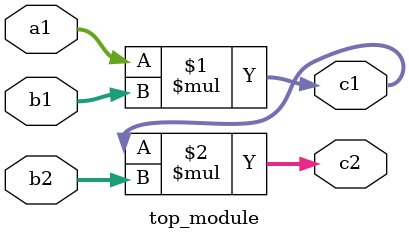
<source format=v>
module top_module
(
    
    input [1:0] a1,b1,b2,
    output [3:0] c1,
    output [3:0] c2
   
);
  assign c1 = a1*b1;
  assign c2 = c1*b2;
endmodule

</source>
